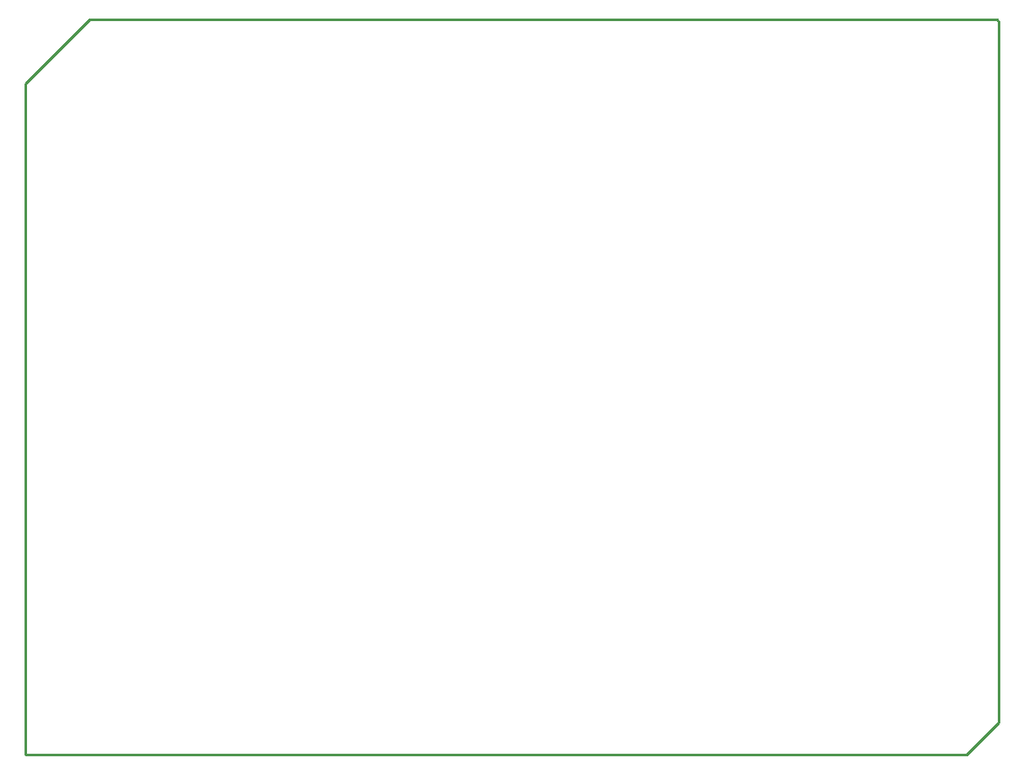
<source format=gbr>
G04 EAGLE Gerber RS-274X export*
G75*
%MOMM*%
%FSLAX34Y34*%
%LPD*%
%IN*%
%IPPOS*%
%AMOC8*
5,1,8,0,0,1.08239X$1,22.5*%
G01*
G04 Define Apertures*
%ADD10C,0.254000*%
D10*
X0Y0D02*
X943000Y0D01*
X975000Y32000D01*
X975000Y735000D01*
X973000Y737000D01*
X64000Y737000D01*
X0Y673000D01*
X0Y0D01*
M02*

</source>
